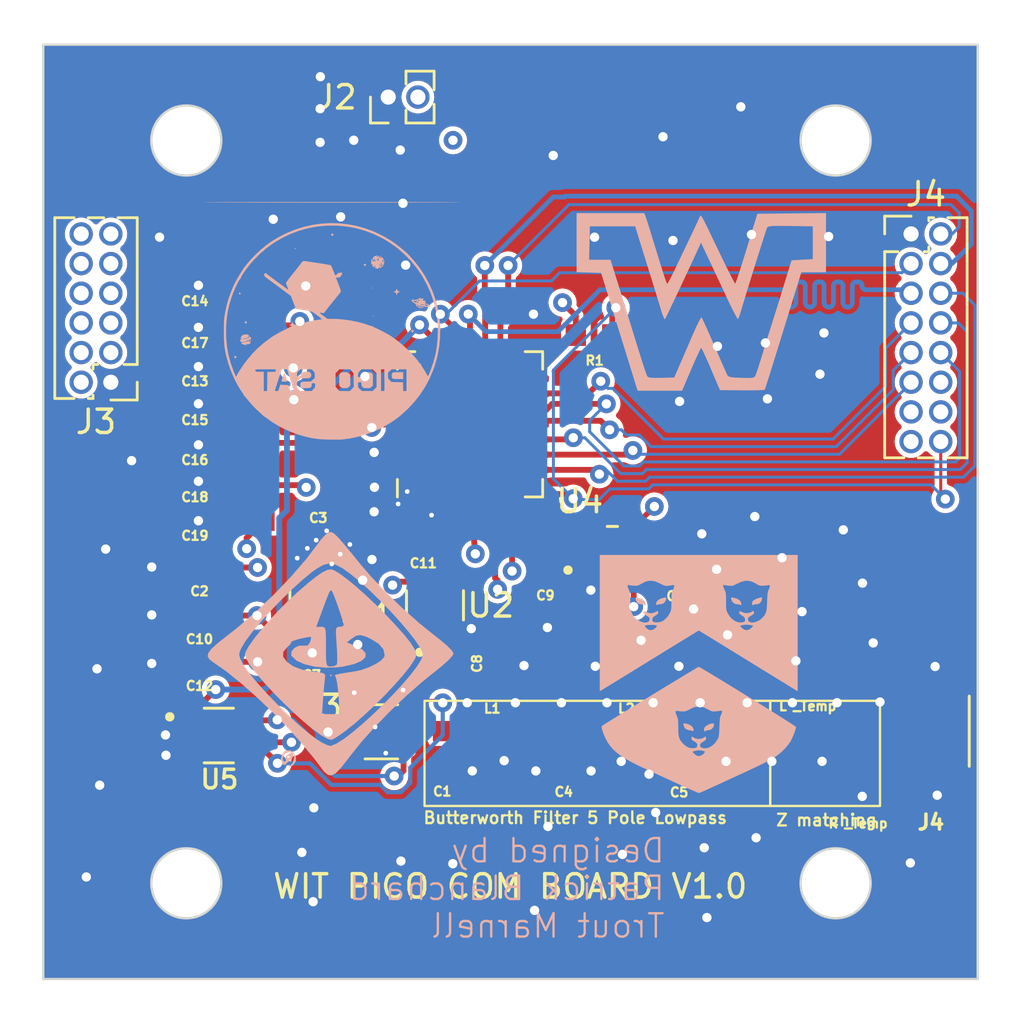
<source format=kicad_pcb>
(kicad_pcb (version 20221018) (generator pcbnew)
  (layers (0 "F.Cu" signal "RF & Signal") (1 "In1.Cu" power "Ground") (2 "In2.Cu" power "VCC") (31 "B.Cu" signal "Signal") (36 "B.SilkS" user "B.Silkscreen") (37 "F.SilkS" user "F.Silkscreen") (38 "B.Mask" user) (39 "F.Mask" user) (44 "Edge.Cuts" user))
  (net 0 "")
  (net 1 "/Filter_Input")
  (net 2 "GND")
  (net 3 "+3.3V")
  (net 4 "/PA_Input")
  (net 5 "Net-(C3-Pad2)")
  (net 6 "Net-(C4-Pad1)")
  (net 7 "Net-(C5-Pad1)")
  (net 8 "Net-(C7-Pad1)")
  (net 9 "/PA_OUTPUT")
  (net 10 "/LNA_INPUT")
  (net 11 "Net-(U2-IN)")
  (net 12 "Net-(Y1-VDD)")
  (net 13 "/TCXO_OUT")
  (net 14 "Net-(U2-OUT)")
  (net 15 "/LNA_OUTPUT")
  (net 16 "Net-(U4-VR_DIG)")
  (net 17 "Net-(U4-VR_ANA)")
  (net 18 "Net-(U4-VBAT_RF)")
  (net 19 "Net-(U4-VBAT_ANA)")
  (net 20 "/SCK")
  (net 21 "/MISO")
  (net 22 "/MOSI")
  (net 23 "/NSS")
  (net 24 "/Reset")
  (net 25 "/DIO_5")
  (net 26 "/DIO_4")
  (net 27 "/DIO_3")
  (net 28 "/DIO_2")
  (net 29 "/DIO_1")
  (net 30 "/DIO_0")
  (net 31 "/Filter_Output")
  (net 32 "/DECODER_OUT_1")
  (net 33 "/DECODER_OUT_2")
  (net 35 "/Antenna_Control")
  (net 37 "temp")
  (footprint "BGA420 LNA:INFINEON_BFP540" (layer "F.Cu") (at 149.11767 95.04 90)
    (fp_text reference "U2")
    (fp_text value "BGA420")
  )
  (footprint "0603 Footprint:RESC1608X55N" (layer "F.Cu") (at 145.31767 90.04 -90)
    (fp_text reference "C3")
    (fp_text value "100 pF")
  )
  (footprint "0603 Footprint:RESC1608X55N" (layer "F.Cu") (at 157.13767 100.455)
    (fp_text reference "L2")
    (fp_text value "14.632 nH")
  )
  (footprint "0603 Footprint:RESC1608X55N" (layer "F.Cu") (at 141.04607 88.0862 180)
    (fp_text reference "C16")
    (fp_text value "10 uF")
  )
  (footprint "TXCO:OSC_ECS-TXO-2520-33-400-AN-TR" (layer "F.Cu") (at 156.71267 92.6628)
    (fp_text reference "Y1")
    (fp_text value "ECS-TXO-2520-33-400-AN-TR")
  )
  (footprint "0603 Footprint:RESC1608X55N" (layer "F.Cu") (at 148.40647 92.19 180)
    (fp_text reference "C11")
    (fp_text value "100 pF")
  )
  (footprint "Connector_PinHeader_1.27mm:PinHeader_2x08_P1.27mm_Vertical" (layer "F.Cu") (at 169.5 79.14)
    (fp_text reference "J4")
    (fp_text value "Conn_01x16_Socket")
  )
  (footprint "Connector_PinHeader_1.27mm:PinHeader_2x06_P1.27mm_Vertical" (layer "F.Cu") (at 135.24 85.49 180)
    (fp_text reference "J3")
    (fp_text value "Conn_01x12_Socket")
  )
  (footprint "0603 Footprint:RESC1608X55N" (layer "F.Cu") (at 159.54267 101.225 -90)
    (fp_text reference "C5")
    (fp_text value "2.236 pF")
  )
  (footprint "0603 Footprint:RESC1608X55N" (layer "F.Cu") (at 141.01607 83.0562 180)
    (fp_text reference "C17")
    (fp_text value "100 nF")
  )
  (footprint "0603 Footprint:RESC1608X55N" (layer "F.Cu") (at 154.62307 101.205 -90)
    (fp_text reference "C4")
    (fp_text value "7.234 pF")
  )
  (footprint "0603 Footprint:RESC1608X55N" (layer "F.Cu") (at 139.03767 97.44 180)
    (fp_text reference "C12")
    (fp_text value "100 nF")
  )
  (footprint "0603 Footprint:RESC1608X55N" (layer "F.Cu") (at 149.49267 101.205 -90)
    (fp_text reference "C1")
    (fp_text value "2.236 pF")
  )
  (footprint "0603 Footprint:RESC1608X55N" (layer "F.Cu") (at 141.03767 91.39 180)
    (fp_text reference "C19")
    (fp_text value "100 nF")
  )
  (footprint "Connector_PinHeader_1.27mm:PinHeader_1x02_P1.27mm_Vertical" (layer "F.Cu") (at 147.11547 73.281 90)
    (fp_text reference "J2")
    (fp_text value "Conn_01x02_Pin")
  )
  (footprint "Package_TO_SOT_SMD:SOT-363_SC-70-6" (layer "F.Cu") (at 144.06767 95.04 90)
    (fp_text reference "U1")
    (fp_text value "BGA2801")
  )
  (footprint "0603 Footprint:RESC1608X55N" (layer "F.Cu") (at 145.79267 97.825)
    (fp_text reference "C7")
    (fp_text value "22 nF")
  )
  (footprint "0603 Footprint:RESC1608X55N" (layer "F.Cu") (at 165.04 100.45)
    (fp_text reference "L _Temp")
    (fp_text value "3.9 nH")
  )
  (footprint "0603 Footprint:RESC1608X55N" (layer "F.Cu") (at 155.92767 83.47)
    (fp_text reference "R1")
    (fp_text value "4.7k")
  )
  (footprint "0603 Footprint:RESC1608X55N" (layer "F.Cu") (at 167.37 101.26 90)
    (fp_text reference "R1" hide)
    (fp_text value "4.7k")
  )
  (footprint "0603 Footprint:RESC1608X55N" (layer "F.Cu") (at 152.03227 100.455)
    (fp_text reference "L1")
    (fp_text value "14.632 nH")
  )
  (footprint "TI Decoder1:SOT65P210X110-6N" (layer "F.Cu") (at 139.86267 100.615)
    (fp_text reference "U5")
    (fp_text value "74LVC1G19")
  )
  (footprint "0603 Footprint:RESC1608X55N" (layer "F.Cu") (at 141.01607 84.7562 180)
    (fp_text reference "C13")
    (fp_text value "100 nF")
  )
  (footprint "0603 Footprint:RESC1608X55N" (layer "F.Cu") (at 139.03767 95.44 180)
    (fp_text reference "C10")
    (fp_text value "10 nF")
  )
  (footprint "Package_TO_SOT_SMD:SOT-363_SC-70-6" (layer "F.Cu") (at 146.82267 100.455)
    (fp_text reference "U3")
    (fp_text value "AS179-92LF")
  )
  (footprint "0603 Footprint:RESC1608X55N" (layer "F.Cu") (at 161.86267 100.465)
    (fp_text reference "L3")
    (fp_text value "3.9 nH")
  )
  (footprint "0603 Footprint:RESC1608X55N" (layer "F.Cu") (at 159.44597 92.7164 90)
    (fp_text reference "C6")
    (fp_text value ".1 Uf")
  )
  (footprint "0603 Footprint:RESC1608X55N" (layer "F.Cu") (at 149.07867 97.5366 180)
    (fp_text reference "C8")
    (fp_text value "100 pF")
  )
  (footprint "0603 Footprint:RESC1608X55N" (layer "F.Cu") (at 153.84247 92.6882 -90)
    (fp_text reference "C9")
    (fp_text value "15 pF")
  )
  (footprint "Package_DFN_QFN:QFN-28-1EP_6x6mm_P0.65mm_EP4.8x4.8mm" (layer "F.Cu") (at 150.61767 87.29 90)
    (fp_text reference "U4")
    (fp_text value "SX1278")
  )
  (footprint "0603 Footprint:RESC1608X55N" (layer "F.Cu") (at 141.01607 89.7362 180)
    (fp_text reference "C18")
    (fp_text value "10 uF")
  )
  (footprint "Coax Connector - UFL:TE_1909763-1" (layer "F.Cu") (at 170.49 100.43 -90)
    (fp_text reference "J4")
    (fp_text value "Conn_Coaxial")
  )
  (footprint "0603 Footprint:RESC1608X55N" (layer "F.Cu") (at 141.02607 86.4162 180)
    (fp_text reference "C15")
    (fp_text value "100 nF")
  )
  (footprint "0603 Footprint:RESC1608X55N" (layer "F.Cu") (at 139.03767 93.39)
    (fp_text reference "C2")
    (fp_text value "50 pF")
  )
  (footprint "0603 Footprint:RESC1608X55N" (layer "F.Cu") (at 141.01607 81.3362 180)
    (fp_text reference "C14")
    (fp_text value "10 uF")
  )
  (footprint "LOGO" (layer "B.Cu") (at 159.980723 81.430697 180)
    (fp_text reference "G***" hide)
    (fp_text value "LOGO" hide)
  )
  (footprint "LOGO" (layer "B.Cu") (at 144.62 97.15 180)
    (fp_text reference "" hide)
    (fp_text value "LOGO" hide)
  )
  (footprint "LOGO" (layer "B.Cu") (at 144.72 83.25 180)
    (fp_text reference "G***" hide)
    (fp_text value "LOGO" hide)
  )
  (footprint "LOGO" (layer "B.Cu") (at 160.42 98.05 180)
    (fp_text reference "G***" hide)
    (fp_text value "LOGO" hide)
  )
  (gr_rect (start 163.47 99.13) (end 168.17 103.63) (stroke (width 0.1)) (fill none) (layer "F.SilkS"))
  (gr_rect (start 148.67 99.13) (end 163.47 103.63) (stroke (width 0.1)) (fill none) (layer "F.SilkS"))
  (gr_circle (center 166.26967 75.1398) (end 167.76967 75.1398) (stroke (width 0.1)) (fill none) (layer "Edge.Cuts"))
  (gr_line (start 172.34967 71.0398) (end 132.34967 71.0398) (stroke (width 0.1)) (layer "Edge.Cuts"))
  (gr_line (start 132.34967 111.0398) (end 132.34967 71.0398) (stroke (width 0.1)) (layer "Edge.Cuts"))
  (gr_circle (center 138.46967 106.9398) (end 139.96967 106.9398) (stroke (width 0.1)) (fill none) (layer "Edge.Cuts"))
  (gr_circle (center 166.26967 106.9398) (end 167.76967 106.9398) (stroke (width 0.1)) (fill none) (layer "Edge.Cuts"))
  (gr_circle (center 138.46967 75.1398) (end 139.96967 75.1398) (stroke (width 0.1)) (fill none) (layer "Edge.Cuts"))
  (gr_line (start 172.34967 111.0398) (end 172.34967 71.0398) (stroke (width 0.1)) (layer "Edge.Cuts"))
  (gr_line (start 132.34967 111.0398) (end 172.34967 111.0398) (stroke (width 0.1)) (layer "Edge.Cuts"))
  (gr_text "Designed by \nPatrick Blanchard \nTrout Marnell\n" (at 159.02 109.35) (layer "B.SilkS") (effects (font (size 1 1) (thickness 0.1)) (justify left bottom mirror)))
  (gr_text "Z matching\n" (at 163.67 104.53) (layer "F.SilkS") (effects (font (size 0.5 0.5) (thickness 0.1)) (justify left bottom)))
  (gr_text "WIT PICO COM BOARD V1.0\n" (at 142.1 107.66) (layer "F.SilkS") (effects (font (size 1 1)) (justify left bottom)))
  (gr_text "Butterworth Filter 5 Pole Lowpass\n" (at 148.57 104.43) (layer "F.SilkS") (effects (font (size 0.5 0.5) (thickness 0.1)) (justify left bottom)))
  (gr_text "R _Temp" (at 167.23 104.38) (layer "F.SilkS") (effects (font (size 0.393701 0.393701) (thickness 0.098425))))
  (segment (start 149.46267 100.455) (end 149.49267 100.425) (width 0.25) (layer "F.Cu") (net 1))
  (segment (start 147.82007 100.455) (end 149.46267 100.455) (width 0.29337) (layer "F.Cu") (net 1))
  (segment (start 149.49267 100.425) (end 151.22227 100.425) (width 0.29337) (layer "F.Cu") (net 1))
  (segment (start 144.06767 94.09) (end 144.71767 94.09) (width 0.25) (layer "F.Cu") (net 2))
  (segment (start 147.63017 85.34) (end 146.21807 85.34) (width 0.25) (layer "F.Cu") (net 2))
  (segment (start 146.86807 85.99) (end 146.12047 85.2424) (width 0.25) (layer "F.Cu") (net 2))
  (segment (start 148.66767 85.34) (end 148.66767 84.3025) (width 0.25) (layer "F.Cu") (net 2))
  (segment (start 150.61767 87.29) (end 148.66767 85.34) (width 0.25) (layer "F.Cu") (net 2))
  (segment (start 148.66767 84.3025) (end 147.06037 84.3025) (width 0.25) (layer "F.Cu") (net 2))
  (segment (start 149.96767 87.94) (end 147.63017 87.94) (width 0.25) (layer "F.Cu") (net 2))
  (segment (start 150.61767 87.29) (end 149.96767 87.94) (width 0.25) (layer "F.Cu") (net 2))
  (segment (start 146.21807 85.34) (end 146.12047 85.2424) (width 0.25) (layer "F.Cu") (net 2))
  (segment (start 152.56767 85.34) (end 152.56767 84.3025) (width 0.25) (layer "F.Cu") (net 2))
  (segment (start 145.87267 100.455) (end 144.55047 100.455) (width 0.25) (layer "F.Cu") (net 2))
  (segment (start 144.06767 94.869) (end 144.06767 94.09) (width 0.25) (layer "F.Cu") (net 2))
  (segment (start 150.51927 101.985) (end 150.71587 102.1816) (width 0.25) (layer "F.Cu") (net 2))
  (segment (start 144.06767 95.99) (end 144.06767 94.869) (width 0.25) (layer "F.Cu") (net 2))
  (segment (start 147.067085 87.94) (end 146.51327 88.493815) (width 0.25) (layer "F.Cu") (net 2))
  (segment (start 148.66767 85.34) (end 147.63017 85.34) (width 0.25) (layer "F.Cu") (net 2))
  (segment (start 154.48647 102.1216) (end 154.62307 101.985) (width 0.29337) (layer "F.Cu") (net 2))
  (segment (start 152.56767 83.3418) (end 153.33407 82.5754) (width 0.25) (layer "F.Cu") (net 2))
  (segment (start 147.63017 87.94) (end 147.067085 87.94) (width 0.25) (layer "F.Cu") (net 2))
  (segment (start 147.06037 84.3025) (end 146.12047 85.2424) (width 0.25) (layer "F.Cu") (net 2))
  (segment (start 146.42 93.08) (end 145.72767 93.08) (width 0.25) (layer "F.Cu") (net 2))
  (segment (start 152.56767 84.3025) (end 152.56767 83.3418) (width 0.25) (layer "F.Cu") (net 2))
  (segment (start 145.72767 93.08) (end 144.71767 94.09) (width 0.25) (layer "F.Cu") (net 2))
  (segment (start 147.63017 85.99) (end 146.86807 85.99) (width 0.25) (layer "F.Cu") (net 2))
  (segment (start 150.61767 87.29) (end 149.31767 85.99) (width 0.25) (layer "F.Cu") (net 2))
  (segment (start 150.61767 87.29) (end 152.56767 85.34) (width 0.25) (layer "F.Cu") (net 2))
  (segment (start 149.31767 85.99) (end 147.63017 85.99) (width 0.25) (layer "F.Cu") (net 2))
  (segment (start 144.55047 100.455) (end 144.54007 100.4654) (width 0.25) (layer "F.Cu") (net 2))
  (segment (start 138.90267 101.265) (end 138.90267 100.615) (width 0.25) (layer "F.Cu") (net 2))
  (via (at 143.22 93.02) (size 0.4) (drill 0.2) (layers "F.Cu" "B.Cu") (net 2))
  (via (at 143.418313 105.618002) (size 0.8) (drill 0.4) (layers "F.Cu" "B.Cu") (net 2))
  (via (at 158.879865 74.979641) (size 0.8) (drill 0.4) (layers "F.Cu" "B.Cu") (net 2))
  (via (at 152.08 101.69) (size 0.8) (drill 0.4) (layers "F.Cu" "B.Cu") (net 2))
  (via (at 157.142931 105.703425) (size 0.8) (drill 0.4) (layers "F.Cu" "B.Cu") (net 2))
  (via (at 154.53 99.210113) (size 0.8) (drill 0.4) (layers "F.Cu" "B.Cu") (net 2))
  (via (at 147.860305 80.475184) (size 0.8) (drill 0.4) (layers "F.Cu" "B.Cu") (net 2))
  (via (at 158.28 102.27) (size 0.8) (drill 0.4) (layers "F.Cu" "B.Cu") (net 2))
  (via (at 134.762122 102.742096) (size 0.8) (drill 0.4) (layers "F.Cu" "B.Cu") (net 2))
  (via (at 166.6 91.81) (size 0.8) (drill 0.4) (layers "F.Cu" "B.Cu") (net 2))
  (via (at 150.67 96.04) (size 0.8) (drill 0.4) (layers "F.Cu" "B.Cu") (net 2))
  (via (at 143.65 92.6) (size 0.4) (drill 0.2) (layers "F.Cu" "B.Cu") (net 2))
  (via (at 156.48 99.210113) (size 0.8) (drill 0.4) (layers "F.Cu" "B.Cu") (net 2))
  (via (at 158.46 99.210113) (size 0.8) (drill 0.4) (layers "F.Cu" "B.Cu") (net 2))
  (via (at 159.59 86.31) (size 0.8) (drill 0.4) (layers "F.Cu" "B.Cu") (net 2))
  (via (at 158.566647 103.909543) (size 0.8) (drill 0.4) (layers "F.Cu" "B.Cu") (net 2))
  (via (at 146.12047 85.2424) (size 0.8) (drill 0.4) (layers "F.Cu" "B.Cu") (net 2))
  (via (at 136.99 93.4) (size 0.8) (drill 0.4) (layers "F.Cu" "B.Cu") (net 2))
  (via (at 153.33407 82.5754) (size 0.8) (drill 0.4) (layers "F.Cu" "B.Cu") (net 2))
  (via (at 165.77 83.38) (size 0.8) (drill 0.4) (layers "F.Cu" "B.Cu") (net 2))
  (via (at 160.47 99.210113) (size 0.8) (drill 0.4) (layers "F.Cu" "B.Cu") (net 2))
  (via (at 165.97 79.25) (size 0.8) (drill 0.4) (layers "F.Cu" "B.Cu") (net 2))
  (via (at 162.81 91.24) (size 0.8) (drill 0.4) (layers "F.Cu" "B.Cu") (net 2))
  (via (at 136.99 97.53) (size 0.8) (drill 0.4) (layers "F.Cu" "B.Cu") (net 2))
  (via (at 161.58 101.72) (size 0.8) (drill 0.4) (layers "F.Cu" "B.Cu") (net 2))
  (via (at 155.98 97.65) (size 0.8) (drill 0.4) (layers "F.Cu" "B.Cu") (net 2))
  (via (at 137.32481 79.279262) (size 0.8) (drill 0.4) (layers "F.Cu" "B.Cu") (net 2))
  (via (at 155.95 79.28) (size 0.8) (drill 0.4) (layers "F.Cu" "B.Cu") (net 2))
  (via (at 138.99 83.14) (size 0.8) (drill 0.4) (layers "F.Cu" "B.Cu") (net 2))
  (via (at 137.6 101.46) (size 0.8) (drill 0.4) (layers "F.Cu" "B.Cu") (net 2))
  (via (at 138.99 84.82) (size 0.8) (drill 0.4) (layers "F.Cu" "B.Cu") (net 2))
  (via (at 143.93085 103.710223) (size 0.8) (drill 0.4) (layers "F.Cu" "B.Cu") (net 2))
  (via (at 147.75 98.67) (size 0.4) (drill 0.2) (layers "F.Cu" "B.Cu") (net 2))
  (via (at 149.881982 106.102065) (size 0.8) (drill 0.4) (layers "F.Cu" "B.Cu") (net 2))
  (via (at 147.63 75.55) (size 0.8) (drill 0.4) (layers "F.Cu" "B.Cu") (net 2))
  (via (at 146.42 93.08) (size 0.8) (drill 0.4) (layers "F.Cu" "B.Cu") (net 2))
  (via (at 145.08 78.41) (size 0.8) (drill 0.4) (layers "F.Cu" "B.Cu") (net 2))
  (via (at 134.648224 97.759091) (size 0.8) (drill 0.4) (layers "F.Cu" "B.Cu") (net 2))
  (via (at 147.01 101.37) (size 0.4) (drill 0.2) (layers "F.Cu" "B.Cu") (net 2))
  (via (at 136.99 95.45) (size 0.8) (drill 0.4) (layers "F.Cu" "B.Cu") (net 2))
  (via (at 138.99 91.42) (size 0.8) (drill 0.4) (layers "F.Cu" "B.Cu") (net 2))
  (via (at 160.645272 105.418682) (size 0.8) (drill 0.4) (layers "F.Cu" "B.Cu") (net 2))
  (via (at 155.8 102.13) (size 0.8) (drill 0.4) (layers "F.Cu" "B.Cu") (net 2))
  (via (at 164.57 97.42) (size 0.8) (drill 0.4) (layers "F.Cu" "B.Cu") (net 2))
  (via (at 138.99 81.34) (size 0.8) (drill 0.4) (layers "F.Cu" "B.Cu") (net 2))
  (via (at 159.306979 79.421634) (size 0.8) (drill 0.4) (layers "F.Cu" "B.Cu") (net 2))
  (via (at 163.976767 93.003881) (size 0.8) (drill 0.4) (layers "F.Cu" "B.Cu") (net 2))
  (via (at 162.666948 79.165365) (size 0.8) (drill 0.4) (layers "F.Cu" "B.Cu") (net 2))
  (via (at 147.93 90.17) (size 0.4) (drill 0.2) (layers "F.Cu" "B.Cu") (net 2))
  (via (at 144.21 72.41) (size 0.8) (drill 0.4) (layers "F.Cu" "B.Cu") (net 2))
  (via (at 167.88 96.65) (size 0.8) (drill 0.4) (layers "F.Cu" "B.Cu") (net 2))
  (via (at 146.52687 89.986185) (size 0.8) (drill 0.4) (layers "F.Cu" "B.Cu") (net 2))
  (via (at 167.41 103.22) (size 0.8) (drill 0.4) (layers "F.Cu" "B.Cu") (net 2))
  (via (at 155.79 94.39) (size 0.8) (drill 0.4) (layers "F.Cu" "B.Cu") (net 2))
  (via (at 150.495058 99.210113) (size 0.8) (drill 0.4) (layers "F.Cu" "B.Cu") (net 2))
  (via (at 162.48 99.210113) (size 0.8) (drill 0.4) (layers "F.Cu" "B.Cu") (net 2))
  (via (at 148.97 91.18) (size 0.4) (drill 0.2) (layers "F.Cu" "B.Cu") (net 2))
  (via (at 136.128889 88.846632) (size 0.8) (drill 0.4) (layers "F.Cu" "B.Cu") (net 2))
  (via (at 164.42 99.21) (size 0.8) (drill 0.4) (layers "F.Cu" "B.Cu") (net 2))
  (via (at 160.19 95.2) (size 0.8) (drill 0.4) (layers "F.Cu" "B.Cu") (net 2))
  (via (at 163.35 86.2) (size 0.8) (drill 0.4) (layers "F.Cu" "B.Cu") (net 2))
  (via (at 159.56 97.65) (size 0.8) (drill 0.4) (layers "F.Cu" "B.Cu") (net 2))
  (via (at 162.211359 73.698297) (size 0.8) (drill 0.4) (layers "F.Cu" "B.Cu") (net 2))
  (via (at 146.51327 88.493815) (size 0.8) (drill 0.4) (layers "F.Cu" "B.Cu") (net 2))
  (via (at 153.93 95.99) (size 0.8) (drill 0.4) (layers "F.Cu" "B.Cu") (net 2))
  (via (at 167.42 94.09) (size 0.8) (drill 0.4) (layers "F.Cu" "B.Cu") (net 2))
  (via (at 144.54007 100.4654) (size 0.8) (drill 0.4) (layers "F.Cu" "B.Cu") (net 2))
  (via (at 164.830996 95.310301) (size 0.8) (drill 0.4) (layers "F.Cu" "B.Cu") (net 2))
  (via (at 146.51267 91.035) (size 0.8) (drill 0.4) (layers "F.Cu" "B.Cu") (net 2))
  (via (at 138.99 86.41) (size 0.8) (drill 0.4) (layers "F.Cu" "B.Cu") (net 2))
  (via (at 168.17 99.18) (size 0.8) (drill 0.4) (layers "F.Cu" "B.Cu") (net 2))
  (via (at 147.66 105.99) (size 0.8) (drill 0.4) (layers "F.Cu" "B.Cu") (net 2))
  (via (at 160.759169 108.408484) (size 0.8) (drill 0.4) (layers "F.Cu" "B.Cu") (net 2))
  (via (at 144.2 73.78) (size 0.8) (drill 0.4) (layers "F.Cu" "B.Cu") (net 2))
  (via (at 145.66 98.78) (size 0.4) (drill 0.2) (layers "F.Cu" "B.Cu") (net 2))
  (via (at 145.475369 92.435369) (size 0.4) (drill 0.2) (layers "F.Cu" "B.Cu") (net 2))
  (via (at 165.69 101.72) (size 0.8) (drill 0.4) (layers "F.Cu" "B.Cu") (net 2))
  (via (at 143.9 107.73) (size 0.8) (drill 0.4) (layers "F.Cu" "B.Cu") (net 2))
  (via (at 146.02267 93.965) (size 0.8) (drill 0.4) (layers "F.Cu" "B.Cu") (net 2))
  (via (at 147.54 90.7) (size 0.4) (drill 0.2) (layers "F.Cu" "B.Cu") (net 2))
  (via (at 170.62 103.17) (size 0.8) (drill 0.4) (layers "F.Cu" "B.Cu") (net 2))
  (via (at 138.99 88.17) (size 0.8) (drill 0.4) (layers "F.Cu" "B.Cu") (net 2))
  (via (at 160.54 91.98) (size 0.8) (drill 0.4) (layers "F.Cu" "B.Cu") (net 2))
  (via (at 134.19 106.67) (size 0.8) (drill 0.4) (layers "F.Cu" "B.Cu") (net 2))
  (via (at 161.21 83.95) (size 0.8) (drill 0.4) (layers "F.Cu" "B.Cu") (net 2))
  (via (at 157.940212 96.534696) (size 0.8) (drill 0.4) (layers "F.Cu" "B.Cu") (net 2))
  (via (at 153.953808 104.507504) (size 0.8) (drill 0.4) (layers "F.Cu" "B.Cu") (net 2))
  (via (at 153.38 108.1) (size 0.8) (drill 0.4) (layers "F.Cu" "B.Cu") (net 2))
  (via (at 157.09 101.72) (size 0.8) (drill 0.4) (layers "F.Cu" "B.Cu") (net 2))
  (via (at 166.33 99.210113) (size 0.8) (drill 0.4) (layers "F.Cu" "B.Cu") (net 2))
  (via (at 146.5548 100.246808) (size 0.4) (drill 0.2) (layers "F.Cu" "B.Cu") (net 2))
  (via (at 147.746408 77.827073) (size 0.8) (drill 0.4) (layers "F.Cu" "B.Cu") (net 2))
  (via (at 135.01839 92.633715) (size 0.8) (drill 0.4) (layers "F.Cu" "B.Cu") (net 2))
  (via (at 165.599802 85.144971) (size 0.8) (drill 0.4) (layers "F.Cu" "B.Cu") (net 2))
  (via (at 161.641873 96.306901) (size 0.8) (drill 0.4) (layers "F.Cu" "B.Cu") (net 2))
  (via (at 163.54 101.72) (size 0.8) (drill 0.4) (layers "F.Cu" "B.Cu") (net 2))
  (via (at 145.81 96.72) (size 0.8) (drill 0.4) (layers "F.Cu" "B.Cu") (net 2))
  (via (at 145.060369 92.850369) (size 0.4) (drill 0.2) (layers "F.Cu" "B.Cu") (net 2))
  (via (at 163.264909 83.806678) (size 0.8) (drill 0.4) (layers "F.Cu" "B.Cu") (net 2))
  (via (at 138.99 89.73) (size 0.8) (drill 0.4) (layers "F.Cu" "B.Cu") (net 2))
  (via (at 170.53 97.66) (size 0.8) (drill 0.4) (layers "F.Cu" "B.Cu") (net 2))
  (via (at 145.64 75.13) (size 0.8) (drill 0.4) (layers "F.Cu" "B.Cu") (net 2))
  (via (at 144.48 91.85) (size 0.4) (drill 0.2) (layers "F.Cu" "B.Cu") (net 2))
  (via (at 162.866268 104.991567) (size 0.8) (drill 0.4) (layers "F.Cu" "B.Cu") (net 2))
  (via (at 137.58 100.59) (size 0.8) (drill 0.4) (layers "F.Cu" "B.Cu") (net 2))
  (via (at 144.2 75.22) (size 0.8) (drill 0.4) (layers "F.Cu" "B.Cu") (net 2))
  (via (at 142.193917 78.510456) (size 0.8) (drill 0.4) (layers "F.Cu" "B.Cu") (net 2))
  (via (at 152.56 99.210113) (size 0.8) (drill 0.4) (layers "F.Cu" "B.Cu") (net 2))
  (via (at 152.93 97.62) (size 0.8) (drill 0.4) (layers "F.Cu" "B.Cu") (net 2))
  (via (at 153.43587 102.13) (size 0.8) (drill 0.4) (layers "F.Cu" "B.Cu") (net 2))
  (via (at 150.71587 102.13) (size 0.8) (drill 0.4) (layers "F.Cu" "B.Cu") (net 2))
  (via (at 144.03 92.25) (size 0.4) (drill 0.2) (layers "F.Cu" "B.Cu") (net 2))
  (via (at 143.86 97.08) (size 0.8) (drill 0.4) (layers "F.Cu" "B.Cu") (net 2))
  (via (at 144.697494 93.267889) (size 0.4) (drill 0.2) (layers "F.Cu" "B.Cu") (net 2))
  (via (at 154.18 75.78) (size 0.8) (drill 0.4) (layers "F.Cu" "B.Cu") (net 2))
  (via (at 169.47 106.07) (size 0.8) (drill 0.4) (layers "F.Cu" "B.Cu") (net 2))
  (segment (start 141.86107 81.3672) (end 143.58427 81.3672) (width 0.25) (layer "F.Cu") (net 3))
  (segment (start 143.33 82.8855) (end 143.1593 83.0562) (width 0.25) (layer "F.Cu") (net 3))
  (segment (start 143.41767 95.99) (end 142.00947 95.99) (width 0.25) (layer "F.Cu") (net 3))
  (segment (start 155.14767 82.65) (end 155.14767 83.47) (width 0.25) (layer "F.Cu") (net 3))
  (segment (start 142.297965 100.9036) (end 142.97327 100.9036) (width 0.25) (layer "F.Cu") (net 3))
  (segment (start 153.60517 85.0125) (end 155.14767 83.47) (width 0.25) (layer "F.Cu") (net 3))
  (segment (start 147.44767 94.03) (end 148.46767 94.03) (width 0.25) (layer "F.Cu") (net 3))
  (segment (start 147.30267 94.175) (end 147.44767 94.03) (width 0.25) (layer "F.Cu") (net 3))
  (segment (start 143.1593 83.0562) (end 141.79607 83.0562) (width 0.25) (layer "F.Cu") (net 3))
  (segment (start 141.05607 92.6162) (end 141.05607 92.1516) (width 0.25) (layer "F.Cu") (net 3))
  (segment (start 139.79987 97.4598) (end 141.52307 97.4598) (width 0.25) (layer "F.Cu") (net 3))
  (segment (start 159.44957 93.5002) (end 161.17277 93.5002) (width 0.25) (layer "F.Cu") (net 3))
  (segment (start 153.60517 85.34) (end 153.60517 85.0125) (width 0.25) (layer "F.Cu") (net 3))
  (segment (start 139.79987 93.4212) (end 141.52307 93.4212) (width 0.25) (layer "F.Cu") (net 3))
  (segment (start 146.53867 87.3004) (end 147.61977 87.3004) (width 0.25) (layer "F.Cu") (net 3))
  (segment (start 142.00947 95.99) (end 141.49787 95.4784) (width 0.25) (layer "F.Cu") (net 3))
  (segment (start 146.41167 87.4274) (end 146.53867 87.3004) (width 0.25) (layer "F.Cu") (net 3))
  (segment (start 157.63767 91.68233) (end 157.63767 91.9378) (width 0.2286) (layer "F.Cu") (net 3))
  (segment (start 141.05607 92.1516) (end 141.81767 91.39) (width 0.25) (layer "F.Cu") (net 3))
  (segment (start 140.82267 100.615) (end 142.009365 100.615) (width 0.25) (layer "F.Cu") (net 3))
  (segment (start 139.77447 95.4786) (end 141.49767 95.4786) (width 0.25) (layer "F.Cu") (net 3))
  (segment (start 142.009365 100.615) (end 142.297965 100.9036) (width 0.25) (layer "F.Cu") (net 3))
  (segment (start 158.51 90.81) (end 157.63767 91.68233) (width 0.2286) (layer "F.Cu") (net 3))
  (segment (start 157.62667 93.3744) (end 157.62667 95.0976) (width 0.25) (layer "F.Cu") (net 3))
  (segment (start 147.61977 87.3004) (end 147.63017 87.29) (width 0.25) (layer "F.Cu") (net 3))
  (segment (start 154.57767 82.08) (end 155.14767 82.65) (width 0.25) (layer "F.Cu") (net 3))
  (via (at 141.52327 93.421) (size 0.8) (drill 0.4) (layers "F.Cu" "B.Cu") (net 3))
  (via (at 141.49787 95.4784) (size 0.8) (drill 0.4) (layers "F.Cu" "B.Cu") (net 3))
  (via (at 147.30267 94.175) (size 0.8) (drill 0.4) (layers "F.Cu" "B.Cu") (net 3))
  (via (at 143.58447 81.367) (size 0.8) (drill 0.4) (layers "F.Cu" "B.Cu") (net 3))
  (via (at 158.51 90.81) (size 0.8) (drill 0.4) (layers "F.Cu" "B.Cu") (net 3))
  (via (at 141.05607 92.6162) (size 0.8) (drill 0.4) (layers "F.Cu" "B.Cu") (net 3))
  (via (at 161.17297 93.5) (size 0.8) (drill 0.4) (layers "F.Cu" "B.Cu") (net 3))
  (via (at 157.62687 95.0978) (size 0.8) (drill 0.4) (layers "F.Cu" "B.Cu") (net 3))
  (via (at 143.33 82.8855) (size 0.8) (drill 0.4) (layers "F.Cu" "B.Cu") (net 3))
  (via (at 142.97327 100.9036) (size 0.8) (drill 0.4) (layers "F.Cu" "B.Cu") (net 3))
  (via (at 146.41167 87.4274) (size 0.8) (drill 0.4) (layers "F.Cu" "B.Cu") (net 3))
  (via (at 154.57767 82.08) (size 0.8) (drill 0.4) (layers "F.Cu" "B.Cu") (net 3))
  (via (at 141.52327 97.4596) (size 0.8) (drill 0.4) (layers "F.Cu" "B.Cu") (net 3))
  (via (at 149.89 75.13) (size 0.8) (drill 0.4) (layers "F.Cu" "B.Cu") (net 3))
  (segment (start 145.33767 89.24) (end 145.31767 89.26) (width 0.25) (layer "F.Cu") (net 4))
  (segment (start 147.63017 89.24) (end 145.33767 89.24) (width 0.29337) (layer "F.Cu") (net 4))
  (segment (start 145.31767 91.820645) (end 145.31767 90.82) (width 0.29337) (layer "F.Cu") (net 5))
  (segment (start 143.41767 93.720645) (end 145.31767 91.820645) (width 0.29337) (layer "F.Cu") (net 5))
  (segment (start 143.41767 94.09) (end 143.41767 93.720645) (width 0.29337) (layer "F.Cu") (net 5))
  (segment (start 152.81227 100.455) (end 154.59307 100.455) (width 0.29337) (layer "F.Cu") (net 6))
  (segment (start 154.62307 100.425) (end 156.32767 100.425) (width 0.29337) (layer "F.Cu") (net 6))
  (segment (start 159.53267 100.455) (end 159.54267 100.445) (width 0.25) (layer "F.Cu") (net 7))
  (segment (start 157.91767 100.455) (end 159.53267 100.455) (width 0.29337) (layer "F.Cu") (net 7))
  (segment (start 157.91657 100.4539) (end 157.91767 100.455) (width 0.29337) (layer "F.Cu") (net 7))
  (segment (start 159.54267 100.445) (end 161.06267 100.445) (width 0.29337) (layer "F.Cu") (net 7))
  (segment (start 161.06267 100.445) (end 161.08267 100.465) (width 0.25) (layer "F.Cu") (net 7))
  (segment (start 145.01267 96.285) (end 144.71767 95.99) (width 0.29337) (layer "F.Cu") (net 8))
  (segment (start 145.01267 97.825) (end 145.01267 96.285) (width 0.29337) (layer "F.Cu") (net 8))
  (segment (start 145.87267 99.805) (end 146.57 99.10767) (width 0.29337) (layer "F.Cu") (net 9))
  (segment (start 146.57 99.10767) (end 146.57 97.82767) (width 0.29337) (layer "F.Cu") (net 9))
  (segment (start 146.57 97.82767) (end 146.57267 97.825) (width 0.29337) (layer "F.Cu") (net 9))
  (segment (start 146.57267 97.825) (end 146.75567 97.825) (width 0.29337) (layer "F.Cu") (net 9))
  (segment (start 149.046985 98.348285) (end 148.861715 98.348285) (width 0.29337) (layer "F.Cu") (net 10))
  (segment (start 148.861715 98.348285) (end 147.951685 99.258315) (width 0.29337) (layer "F.Cu") (net 10))
  (segment (start 147.951685 99.258315) (end 147.100985 99.258315) (width 0.29337) (layer "F.Cu") (net 10))
  (segment (start 147.100985 99.258315) (end 147.100985 100.495055) (width 0.29337) (layer "F.Cu") (net 10))
  (segment (start 146.49104 101.105) (end 145.87267 101.105) (width 0.29337) (layer "F.Cu") (net 10))
  (segment (start 147.100985 100.495055) (end 146.49104 101.105) (width 0.29337) (layer "F.Cu") (net 10))
  (segment (start 149.85867 97.5366) (end 149.046985 98.348285) (width 0.29337) (layer "F.Cu") (net 10))
  (segment (start 148.46767 97.3676) (end 148.29867 97.5366) (width 0.25) (layer "F.Cu") (net 11))
  (segment (start 148.46767 96.05) (end 148.46767 97.3676) (width 0.29337) (layer "F.Cu") (net 11))
  (segment (start 153.84247 91.9082) (end 155.75807 91.9082) (width 0.25) (layer "F.Cu") (net 12))
  (segment (start 155.75807 91.9082) (end 155.78767 91.9378) (width 0.25) (layer "F.Cu") (net 12))
  (segment (start 153.05247 91.4124) (end 152.63007 90.99) (width 0.25) (layer "F.Cu") (net 13))
  (segment (start 151.26767 90.580685) (end 151.26767 90.2775) (width 0.25) (layer "F.Cu") (net 13))
  (segment (start 151.676985 90.99) (end 151.26767 90.580685) (width 0.25) (layer "F.Cu") (net 13))
  (segment (start 153.05247 92.6782) (end 153.05247 91.4124) (width 0.25) (layer "F.Cu") (net 13))
  (segment (start 152.63007 90.99) (end 151.676985 90.99) (width 0.25) (layer "F.Cu") (net 13))
  (segment (start 153.84247 93.4682) (end 153.05247 92.6782) (width 0.25) (layer "F.Cu") (net 13))
  (segment (start 149.76767 94.03) (end 149.29547 93.5578) (width 0.25) (layer "F.Cu") (net 14))
  (segment (start 149.29547 93.5578) (end 149.29547 92.299) (width 0.25) (layer "F.Cu") (net 14))
  (segment (start 149.29547 92.299) (end 149.18647 92.19) (width 0.25) (layer "F.Cu") (net 14))
  (segment (start 149.75307 94.0154) (end 149.76767 94.03) (width 0.25) (layer "F.Cu") (net 14))
  (segment (start 148.66767 90.2775) (end 148.66767 90.493) (width 0.25) (layer "F.Cu") (net 15))
  (segment (start 148.66767 90.493) (end 147.62647 91.5342) (width 0.25) (layer "F.Cu") (net 15))
  (segment (start 147.62647 91.5342) (end 147.62647 92.19) (width 0.25) (layer "F.Cu") (net 15))
  (segment (start 150.61767 90.607894) (end 152.41967 92.409894) (width 0.25) (layer "F.Cu") (net 16))
  (segment (start 150.61767 90.2775) (end 150.61767 90.607894) (width 0.25) (layer "F.Cu") (net 16))
  (segment (start 152.41967 93.5736) (end 152.44507 93.472) (width 0.25) (layer "F.Cu") (net 16))
  (segment (start 141.79607 84.7562) (end 142.92887 84.7562) (width 0.25) (layer "F.Cu") (net 16))
  (segment (start 142.92887 84.7562) (end 143.05087 84.8782) (width 0.25) (layer "F.Cu") (net 16))
  (segment (start 152.41967 92.409894) (end 152.41967 93.5736) (width 0.25) (layer "F.Cu") (net 16))
  (via (at 143.05087 84.8782) (size 0.8) (drill 0.4) (layers "F.Cu" "B.Cu") (net 16))
  (via (at 152.41967 93.5736) (size 0.8) (drill 0.4) (layers "F.Cu" "B.Cu") (net 16))
  (segment (start 143.076418 86.236548) (end 141.985722 86.236548) (width 0.25) (layer "F.Cu") (net 17))
  (segment (start 149.31767 90.580685) (end 150.76867 92.031685) (width 0.25) (layer "F.Cu") (net 17))
  (segment (start 150.76867 92.031685) (end 150.84487 92.837) (width 0.25) (layer "F.Cu") (net 17))
  (segment (start 149.31767 90.2775) (end 149.31767 90.580685) (width 0.25) (layer "F.Cu") (net 17))
  (segment (start 141.985722 86.236548) (end 141.80607 86.4162) (width 0.25) (layer "F.Cu") (net 17))
  (segment (start 150.84487 92.837) (end 150.76867 92.7608) (width 0.25) (layer "F.Cu") (net 17))
  (via (at 143.076418 86.236548) (size 0.8) (drill 0.4) (layers "F.Cu" "B.Cu") (net 17))
  (via (at 150.84487 92.837) (size 0.8) (drill 0.4) (layers "F.Cu" "B.Cu") (net 17))
  (segment (start 144.66607 88.0862) (end 141.82607 88.0862) (width 0.25) (layer "F.Cu") (net 18))
  (segment (start 146.11227 86.64) (end 144.66607 88.0862) (width 0.25) (layer "F.Cu") (net 18))
  (segment (start 147.63017 86.64) (end 146.11227 86.64) (width 0.25) (layer "F.Cu") (net 18))
  (segment (start 149.96767 90.594289) (end 149.96767 90.2775) (width 0.25) (layer "F.Cu") (net 19))
  (segment (start 151.69467 93.273295) (end 151.799276 93.168689) (width 0.25) (layer "F.Cu") (net 19))
  (segment (start 151.799276 93.978511) (end 151.69467 93.873905) (width 0.25) (layer "F.Cu") (net 19))
  (segment (start 151.799276 92.425895) (end 149.96767 90.594289) (width 0.25) (layer "F.Cu") (net 19))
  (segment (start 151.69467 93.873905) (end 151.69467 93.273295) (width 0.25) (layer "F.Cu") (net 19))
  (segment (start 143.50987 89.8962) (end 143.60587 89.9922) (width 0.25) (layer "F.Cu") (net 19))
  (segment (start 141.79607 89.7362) (end 141.95607 89.8962) (width 0.25) (layer "F.Cu") (net 19))
  (segment (start 151.799276 94.357256) (end 151.799276 93.978511) (width 0.25) (layer "F.Cu") (net 19))
  (segment (start 141.95607 89.8962) (end 143.50987 89.8962) (width 0.25) (layer "F.Cu") (net 19))
  (segment (start 151.799276 93.168689) (end 151.799276 92.425895) (width 0.25) (layer "F.Cu") (net 19))
  (via (at 143.60587 89.9922) (size 0.8) (drill 0.4) (layers "F.Cu" "B.Cu") (net 19))
  (via (at 151.799276 94.357256) (size 0.8) (drill 0.4) (layers "F.Cu" "B.Cu") (net 19))
  (segment (start 152.249503 80.49) (end 152.249503 82.634662) (width 0.25) (layer "F.Cu") (net 20))
  (segment (start 152.249503 82.634662) (end 151.91767 82.966495) (width 0.25) (layer "F.Cu") (net 20))
  (segment (start 151.91767 82.966495) (end 151.91767 84.3025) (width 0.25) (layer "F.Cu") (net 20))
  (via (at 152.249503 80.49) (size 0.8) (drill 0.4) (layers "F.Cu" "B.Cu") (net 20))
  (segment (start 171.26 79.14) (end 170.77 79.14) (width 0.127) (layer "B.Cu") (net 20))
  (segment (start 171.207 77.887) (end 171.56 78.24) (width 0.127) (layer "B.Cu") (net 20))
  (segment (start 171.56 78.84) (end 171.26 79.14) (width 0.127) (layer "B.Cu") (net 20))
  (segment (start 152.249503 80.49) (end 154.852503 77.887) (width 0.127) (layer "B.Cu") (net 20))
  (segment (start 154.852503 77.887) (end 171.207 77.887) (width 0.127) (layer "B.Cu") (net 20))
  (segment (start 171.56 78.24) (end 171.56 78.84) (width 0.127) (layer "B.Cu") (net 20))
  (segment (start 151.26767 82.253034) (end 151.26767 84.3025) (width 0.25) (layer "F.Cu") (net 21))
  (segment (start 151.25 82.235364) (end 151.26767 82.253034) (width 0.25) (layer "F.Cu") (net 21))
  (segment (start 151.25 80.49) (end 151.25 82.235364) (width 0.25) (layer "F.Cu") (net 21))
  (via (at 151.25 80.49) (size 0.8) (drill 0.4) (layers "F.Cu" "B.Cu") (net 21))
  (segment (start 154.701274 77.5219) (end 171.4419 77.5219) (width 0.2032) (layer "B.Cu") (net 21))
  (segment (start 172.08 79.58) (end 171.25 80.41) (width 0.2032) (layer "B.Cu") (net 21))
  (segment (start 171.25 80.41) (end 170.77 80.41) (width 0.2032) (layer "B.Cu") (net 21))
  (segment (start 154.663173 77.56) (end 154.701274 77.5219) (width 0.2032) (layer "B.Cu") (net 21))
  (segment (start 151.25 80.49) (end 154.18 77.56) (width 0.2032) (layer "B.Cu") (net 21))
  (segment (start 172.08 78.16) (end 172.08 79.58) (width 0.2032) (layer "B.Cu") (net 21))
  (segment (start 171.4419 77.5219) (end 172.08 78.16) (width 0.2032) (layer "B.Cu") (net 21))
  (segment (start 154.18 77.56) (end 154.663173 77.56) (width 0.2032) (layer "B.Cu") (net 21))
  (segment (start 150.54317 82.570586) (end 150.61767 82.645086) (width 0.2032) (layer "F.Cu") (net 22))
  (segment (start 150.61767 82.645086) (end 150.61767 84.3025) (width 0.25) (layer "F.Cu") (net 22))
  (via (at 150.54317 82.570586) (size 0.8) (drill 0.4) (layers "F.Cu" "B.Cu") (net 22))
  (segment (start 156.18 81.53) (end 154.387915 83.322085) (width 0.2032) (layer "B.Cu") (net 22))
  (segment (start 164.800393 81.191186) (end 164.736007 81.191186) (width 0.2032) (layer "B.Cu") (net 22))
  (segment (start 164.9698 82.072203) (end 164.9698 81.53) (width 0.2032) (layer "B.Cu") (net 22))
  (segment (start 166.1794 81.360583) (end 166.1794 81.53) (width 0.2032) (layer "B.Cu") (net 22))
  (segment (start 165.7762 82.072203) (end 165.7762 81.53) (width 0.2032) (layer "B.Cu") (net 22))
  (segment (start 164.5666 81.360593) (end 164.5666 81.53) (width 0.2032) (layer "B.Cu") (net 22))
  (segment (start 165.373 81.360583) (end 165.373 81.53) (width 0.2032) (layer "B.Cu") (net 22))
  (segment (start 154.387915 83.322085) (end 151.294669 83.322085) (width 0.2032) (layer "B.Cu") (net 22))
  (segment (start 151.294669 83.322085) (end 150.54317 82.570586) (width 0.2032) (layer "B.Cu") (net 22))
  (segment (start 166.1794 81.53) (end 166.1794 82.072203) (width 0.2032) (layer "B.Cu") (net 22))
  (segment (start 163.9618 81.53) (end 161.330319 81.53) (width 0.2032) (layer "B.Cu") (net 22))
  (segment (start 165.7762 81.53) (end 165.7762 81.360583) (width 0.2032) (layer "B.Cu") (net 22))
  (segment (start 166.413184 81.191167) (end 166.348816 81.191167) (width 0.2032) (layer "B.Cu") (net 22))
  (segment (start 166.5826 82.072203) (end 166.5826 81.53) (width 0.2032) (layer "B.Cu") (net 22))
  (segment (start 166.9858 81.362425) (end 166.9858 82.072203) (width 0.2032) (layer "B.Cu") (net 22))
  (segment (start 165.606784 81.191167) (end 165.542416 81.191167) (width 0.2032) (layer "B.Cu") (net 22))
  (segment (start 164.9698 81.53) (end 164.9698 81.360593) (width 0.2032) (layer "B.Cu") (net 22))
  (segment (start 161.330319 81.53) (end 156.18 81.53) (width 0.2032) (layer "B.Cu") (net 22))
  (segment (start 166.5826 81.53) (end 166.5826 81.360583) (width 0.2032) (layer "B.Cu") (net 22))
  (segment (start 164.5666 81.53) (end 164.5666 82.07222) (width 0.2032) (layer "B.Cu") (net 22))
  (segment (start 169.35 81.53) (end 167.57 81.53) (width 0.2032) (layer "B.Cu") (net 22))
  (segment (start 165.373 81.53) (end 165.373 82.072203) (width 0.2032) (layer "B.Cu") (net 22))
  (segment (start 167.402425 81.362425) (end 167.402425 81.362424) (width 0.2032) (layer "B.Cu") (net 22))
  (segment (start 167.23485 81.194849) (end 167.153375 81.194849) (width 0.2032) (layer "B.Cu") (net 22))
  (segment (start 166.9858 81.362424) (end 166.9858 81.362425) (width 0.2032) (layer "B.Cu") (net 22))
  (segment (start 164.1634 82.07222) (end 164.1634 81.7316) (width 0.2032) (layer "B.Cu") (net 22))
  (segment (start 169.35 81.53) (end 169.5 81.68) (width 0.29337) (layer "B.Cu") (net 22))
  (arc (start 166.9858 82.072203) (mid 166.926753 82.214756) (end 166.7842 82.273803) (width 0.2032) (layer "B.Cu") (net 22))
  (arc (start 164.365 82.27382) (mid 164.222447 82.214773) (end 164.1634 82.07222) (width 0.2032) (layer "B.Cu") (net 22))
  (arc (start 167.402425 81.362424) (mid 167.353343 81.243931) (end 167.23485 81.194849) (width 0.2032) (layer "B.Cu") (net 22))
  (arc (start 167.153375 81.194849) (mid 167.034882 81.243931) (end 166.9858 81.362424) (width 0.2032) (layer "B.Cu") (net 22))
  (arc (start 165.7762 81.360583) (mid 165.726579 81.240788) (end 165.606784 81.191167) (width 0.2032) (layer "B.Cu") (net 22))
  (arc (start 164.5666 82.07222) (mid 164.507553 82.214773) (end 164.365 82.27382) (width 0.2032) (layer "B.Cu") (net 22))
  (arc (start 166.348816 81.191167) (mid 166.229021 81.240788) (end 166.1794 81.360583) (width 0.2032) (layer "B.Cu") (net 22))
  (arc (start 164.9698 81.360593) (mid 164.920182 81.240804) (end 164.800393 81.191186) (width 0.2032) (layer "B.Cu") (net 22))
  (arc (start 167.57 81.53) (mid 167.451507 81.480918) (end 167.402425 81.362425) (width 0.2032) (layer "B.Cu") (net 22))
  (arc (start 166.7842 82.273803) (mid 166.641647 82.214756) (end 166.5826 82.072203) (width 0.2032) (layer "B.Cu") (net 22))
  (arc (start 165.373 82.072203) (mid 165.313953 82.214756) (end 165.1714 82.273803) (width 0.2032) (layer "B.Cu") (net 22))
  (arc (start 165.1714 82.273803) (mid 165.028847 82.214756) (end 164.9698 82.072203) (width 0.2032) (layer "B.Cu") (net 22))
  (arc (start 165.9778 82.273803) (mid 165.835247 82.214756) (end 165.7762 82.072203) (width 0.2032) (layer "B.Cu") (net 22))
  (arc (start 165.542416 81.191167) (mid 165.422621 81.240788) (end 165.373 81.360583) (width 0.2032) (layer "B.Cu") (net 22))
  (arc (start 166.1794 82.072203) (mid 166.120353 82.214756) (end 165.9778 82.273803) (width 0.2032) (layer "B.Cu") (net 22))
  (arc (start 164.736007 81.191186) (mid 164.616218 81.240804) (end 164.5666 81.360593) (width 0.2032) (layer "B.Cu") (net 22))
  (arc (start 166.5826 81.360583) (mid 166.532979 81.240788) (end 166.413184 81.191167) (width 0.2032) (layer "B.Cu") (net 22))
  (arc (start 164.1634 81.7316) (mid 164.104353 81.589047) (end 163.9618 81.53) (width 0.2032) (layer "B.Cu") (net 22))
  (segment (start 149.96767 83.197872) (end 149.96767 84.3025) (width 0.2286) (layer "F.Cu") (net 23))
  (segment (start 149.346999 82.577201) (end 149.96767 83.197872) (width 0.2286) (layer "F.Cu") (net 23))
  (via (at 149.346999 82.577201) (size 0.8) (drill 0.4) (layers "F.Cu" "B.Cu") (net 23))
  (segment (start 154.103891 81.153) (end 154.456891 80.8) (width 0.127) (layer "B.Cu") (net 23))
  (segment (start 151.022425 81.153) (end 154.103891 81.153) (width 0.127) (layer "B.Cu") (net 23))
  (segment (start 149.346999 82.577201) (end 149.598224 82.577201) (width 0.127) (layer "B.Cu") (net 23))
  (segment (start 169.11 80.8) (end 169.5 80.41) (width 0.127) (layer "B.Cu") (net 23))
  (segment (start 149.598224 82.577201) (end 151.022425 81.153) (width 0.127) (layer "B.Cu") (net 23))
  (segment (start 154.456891 80.8) (end 169.11 80.8) (width 0.127) (layer "B.Cu") (net 23))
  (segment (start 154.83857 90.2775) (end 155.03587 90.4748) (width 0.25) (layer "F.Cu") (net 24))
  (segment (start 156.70767 83.47) (end 156.70767 82.45) (width 0.25) (layer "F.Cu") (net 24))
  (segment (start 170.77 90.297128) (end 170.965872 90.493) (width 0.127) (layer "F.Cu") (net 24))
  (segment (start 156.70607 83.4162) (end 156.85607 83.2662) (width 0.25) (layer "F.Cu") (net 24))
  (segment (start 152.56767 90.2775) (end 154.83857 90.2775) (width 0.25) (layer "F.Cu") (net 24))
  (segment (start 170.77 88.03) (end 170.77 90.297128) (width 0.127) (layer "F.Cu") (net 24))
  (via (at 170.965872 90.493) (size 0.8) (drill 0.4) (layers "F.Cu" "B.Cu") (net 24))
  (via (at 156.85767 82.3) (size 0.8) (drill 0.4) (layers "F.Cu" "B.Cu") (net 24))
  (via (at 155.03587 90.4748) (size 0.8) (drill 0.4) (layers "F.Cu" "B.Cu") (net 24))
  (segment (start 155.03587 90.4748) (end 155.07107 90.51) (width 0.127) (layer "B.Cu") (net 24))
  (segment (start 156.15 90.51) (end 156.6055 90.0545) (width 0.127) (layer "B.Cu") (net 24))
  (segment (start 156.85767 82.3) (end 156.90267 82.345) (width 0.25) (layer "B.Cu") (net 24))
  (segment (start 170.354872 89.882) (end 170.965872 90.493) (width 0.127) (layer "B.Cu") (net 24))
  (segment (start 155.07107 90.51) (end 156.15 90.51) (width 0.127) (layer "B.Cu") (net 24))
  (segment (start 154.18727 84.9704) (end 156.85767 82.3) (width 0.127) (layer "B.Cu") (net 24))
  (segment (start 158.271175 90.0545) (end 158.443675 89.882) (width 0.127) (layer "B.Cu") (net 24))
  (segment (start 158.443675 89.882) (end 170.354872 89.882) (width 0.127) (layer "B.Cu") (net 24))
  (segment (start 154.18727 89.6262) (end 154.18727 84.9704) (width 0.127) (layer "B.Cu") (net 24))
  (segment (start 156.6055 90.0545) (end 158.271175 90.0545) (width 0.127) (layer "B.Cu") (net 24))
  (segment (start 155.03587 90.4748) (end 154.18727 89.6262) (width 0.127) (layer "B.Cu") (net 24))
  (segment (start 155.694395 85.966) (end 153.945959 85.966) (width 0.25) (layer "F.Cu") (net 25))
  (segment (start 156.214122 85.446273) (end 155.694395 85.966) (width 0.25) (layer "F.Cu") (net 25))
  (segment (start 153.945959 85.966) (end 153.921959 85.99) (width 0.25) (layer "F.Cu") (net 25))
  (segment (start 153.921959 85.99) (end 153.60517 85.99) (width 0.25) (layer "F.Cu") (net 25))
  (via (at 156.214122 85.446273) (size 0.8) (drill 0.4) (layers "F.Cu" "B.Cu") (net 25))
  (segment (start 166.165104 87.92) (end 168.4095 85.675604) (width 0.127) (layer "B.Cu") (net 25))
  (segment (start 168.4095 85.675604) (end 168.4095 84.0405) (width 0.127) (layer "B.Cu") (net 25))
  (segment (start 156.214122 85.446273) (end 156.520349 85.7525) (width 0.127) (layer "B.Cu") (net 25))
  (segment (start 158.898599 87.92) (end 166.165104 87.92) (width 0.127) (layer "B.Cu") (net 25))
  (segment (start 168.4095 84.0405) (end 169.5 82.95) (width 0.127) (layer "B.Cu") (net 25))
  (segment (start 156.520349 85.7525) (end 156.731099 85.7525) (width 0.127) (layer "B.Cu") (net 25))
  (segment (start 156.731099 85.7525) (end 158.898599 87.92) (width 0.127) (layer "B.Cu") (net 25))
  (segment (start 154.132355 86.416) (end 153.908355 86.64) (width 0.25) (layer "F.Cu") (net 26))
  (segment (start 156.456268 86.416) (end 154.132355 86.416) (width 0.25) (layer "F.Cu") (net 26))
  (segment (start 153.908355 86.64) (end 153.60517 86.64) (width 0.25) (layer "F.Cu") (net 26))
  (via (at 156.456268 86.416) (size 0.8) (drill 0.4) (layers "F.Cu" "B.Cu") (net 26))
  (segment (start 158.037331 88.901) (end 171.405 88.901) (width 0.127) (layer "B.Cu") (net 26))
  (segment (start 157.204149 89.0735) (end 157.864831 89.0735) (width 0.127) (layer "B.Cu") (net 26))
  (segment (start 156.456268 86.416) (end 155.74 87.132268) (width 0.127) (layer "B.Cu") (net 26))
  (segment (start 155.74 87.132268) (end 155.74 87.609351) (width 0.127) (layer "B.Cu") (net 26))
  (segment (start 157.864831 89.0735) (end 158.037331 88.901) (width 0.127) (layer "B.Cu") (net 26))
  (segment (start 171.405 88.901) (end 171.576 88.73) (width 0.127) (layer "B.Cu") (net 26))
  (segment (start 171.576 85.026) (end 170.77 84.22) (width 0.127) (layer "B.Cu") (net 26))
  (segment (start 171.576 88.73) (end 171.576 85.026) (width 0.127) (layer "B.Cu") (net 26))
  (segment (start 155.74 87.609351) (end 157.204149 89.0735) (width 0.127) (layer "B.Cu") (net 26))
  (segment (start 153.75467 87.1405) (end 153.60517 87.29) (width 0.25) (layer "F.Cu") (net 27))
  (segment (start 156.208773 87.1405) (end 153.75467 87.1405) (width 0.25) (layer "F.Cu") (net 27))
  (segment (start 156.594136 87.525863) (end 156.208773 87.1405) (width 0.25) (layer "F.Cu") (net 27))
  (via (at 156.594136 87.525863) (size 0.8) (drill 0.4) (layers "F.Cu" "B.Cu") (net 27))
  (segment (start 158.365331 88.247) (end 166.300552 88.247) (width 0.127) (layer "B.Cu") (net 27))
  (segment (start 157.315169 87.7465) (end 157.864831 87.7465) (width 0.127) (layer "B.Cu") (net 27))
  (segment (start 157.864831 87.7465) (end 158.365331 88.247) (width 0.127) (layer "B.Cu") (net 27))
  (segment (start 168.7365 84.9835) (end 169.5 84.22) (width 0.127) (layer "B.Cu") (net 27))
  (segment (start 168.7365 85.811052) (end 168.7365 84.9835) (width 0.127) (layer "B.Cu") (net 27))
  (segment (start 157.094532 87.525863) (end 157.315169 87.7465) (width 0.127) (layer "B.Cu") (net 27))
  (segment (start 156.594136 87.525863) (end 157.094532 87.525863) (width 0.127) (layer "B.Cu") (net 27))
  (segment (start 166.300552 88.247) (end 168.7365 85.811052) (width 0.127) (layer "B.Cu") (net 27))
  (segment (start 155.04 87.8655) (end 154.9693 87.9362) (width 0.25) (layer "F.Cu") (net 28))
  (segment (start 154.9693 87.9362) (end 153.60897 87.9362) (width 0.25) (layer "F.Cu") (net 28))
  (segment (start 153.60897 87.9362) (end 153.60517 87.94) (width 0.25) (layer "F.Cu") (net 28))
  (via (at 155.04 87.8655) (size 0.8) (drill 0.4) (layers "F.Cu" "B.Cu") (net 28))
  (segment (start 155.533701 87.8655) (end 157.068701 89.4005) (width 0.127) (layer "B.Cu") (net 28))
  (segment (start 171.52 82.95) (end 170.77 82.95) (width 0.127) (layer "B.Cu") (net 28))
  (segment (start 171.903 88.934552) (end 171.903 83.333) (width 0.127) (layer "B.Cu") (net 28))
  (segment (start 171.609552 89.228) (end 171.903 88.934552) (width 0.127) (layer "B.Cu") (net 28))
  (segment (start 155.04 87.8655) (end 155.533701 87.8655) (width 0.127) (layer "B.Cu") (net 28))
  (segment (start 157.068701 89.4005) (end 158.000279 89.4005) (width 0.127) (layer "B.Cu") (net 28))
  (segment (start 158.000279 89.4005) (end 158.172779 89.228) (width 0.127) (layer "B.Cu") (net 28))
  (segment (start 171.903 83.333) (end 171.52 82.95) (width 0.127) (layer "B.Cu") (net 28))
  (segment (start 158.172779 89.228) (end 171.609552 89.228) (width 0.127) (layer "B.Cu") (net 28))
  (segment (start 157.59 88.41) (end 157.41 88.59) (width 0.25) (layer "F.Cu") (net 29))
  (segment (start 157.41 88.59) (end 153.60517 88.59) (width 0.25) (layer "F.Cu") (net 29))
  (via (at 157.59 88.41) (size 0.8) (drill 0.4) (layers "F.Cu" "B.Cu") (net 29))
  (segment (start 157.59 88.41) (end 157.754 88.574) (width 0.127) (layer "B.Cu") (net 29))
  (segment (start 169.5 85.51) (end 169.5 85.49) (width 0.127) (layer "B.Cu") (net 29))
  (segment (start 157.754 88.574) (end 166.436 88.574) (width 0.127) (layer "B.Cu") (net 29))
  (segment (start 166.436 88.574) (end 169.5 85.51) (width 0.127) (layer "B.Cu") (net 29))
  (segment (start 155.96987 89.24) (end 153.60517 89.24) (width 0.25) (layer "F.Cu") (net 30))
  (segment (start 156.15607 89.4262) (end 155.96987 89.24) (width 0.25) (layer "F.Cu") (net 30))
  (via (at 156.15607 89.4262) (size 0.8) (drill 0.4) (layers "F.Cu" "B.Cu") (net 30))
  (segment (start 171.72 81.68) (end 170.77 81.68) (width 0.127) (layer "B.Cu") (net 30))
  (segment (start 172.23 82.19) (end 171.72 81.68) (width 0.127) (layer "B.Cu") (net 30))
  (segment (start 171.745 89.555) (end 172.23 89.07) (width 0.127) (layer "B.Cu") (net 30))
  (segment (start 156.15607 89.4262) (end 156.17467 89.4448) (width 0.25) (layer "B.Cu") (net 30))
  (segment (start 156.933253 89.7275) (end 158.135727 89.7275) (width 0.127) (layer "B.Cu") (net 30))
  (segment (start 156.40947 89.21) (end 156.415753 89.21) (width 0.127) (layer "B.Cu") (net 30))
  (segment (start 156.17467 89.4448) (end 156.40947 89.21) (width 0.127) (layer "B.Cu") (net 30))
  (segment (start 158.308227 89.555) (end 171.745 89.555) (width 0.127) (layer "B.Cu") (net 30))
  (segment (start 158.135727 89.7275) (end 158.308227 89.555) (width 0.127) (layer "B.Cu") (net 30))
  (segment (start 156.415753 89.21) (end 156.933253 89.7275) (width 0.127) (layer "B.Cu") (net 30))
  (segment (start 172.23 89.07) (end 172.23 82.19) (width 0.127) (layer "B.Cu") (net 30))
  (segment (start 162.65767 100.45) (end 162.64267 100.465) (width 0.29337) (layer "F.Cu") (net 31))
  (segment (start 164.26 100.45) (end 162.65767 100.45) (width 0.29337) (layer "F.Cu") (net 31))
  (segment (start 147.37 102.35) (end 147.54 102.35) (width 0.25) (layer "F.Cu") (net 32))
  (segment (start 147.54 102.35) (end 147.77267 102.11733) (width 0.25) (layer "F.Cu") (net 32))
  (segment (start 140.82267 99.965) (end 142.34187 99.965) (width 0.25) (layer "F.Cu") (net 32))
  (segment (start 142.34187 99.965) (end 142.36327 99.9436) (width 0.25) (layer "F.Cu") (net 32))
  (segment (start 147.77267 102.11733) (end 147.77267 101.105) (width 0.25) (layer "F.Cu") (net 32))
  (via (at 142.36327 99.9436) (size 0.8) (drill 0.4) (layers "F.Cu" "B.Cu") (net 32))
  (via (at 147.37 102.35) (size 0.8) (drill 0.4) (layers "F.Cu" "B.Cu") (net 32))
  (segment (start 144.844365 102.35) (end 143.69827 101.203905) (width 0.1778) (layer "B.Cu") (net 32))
  (segment (start 143.69827 101.203905) (end 143.69827 100.603295) (width 0.1778) (layer "B.Cu") (net 32))
  (segment (start 147.37 102.35) (end 144.844365 102.35) (width 0.1778) (layer "B.Cu") (net 32))
  (segment (start 143.038575 99.9436) (end 142.36327 99.9436) (width 0.1778) (layer "B.Cu") (net 32))
  (segment (start 143.69827 100.603295) (end 143.038575 99.9436) (width 0.1778) (layer "B.Cu") (net 32))
  (segment (start 148.17036 99.805) (end 147.77267 99.805) (width 0.127) (layer "F.Cu") (net 33))
  (segment (start 140.82267 101.265) (end 141.83467 101.265) (width 0.25) (layer "F.Cu") (net 33))
  (segment (start 149.4 99.11) (end 148.86536 99.11) (width 0.127) (layer "F.Cu") (net 33))
  (segment (start 148.86536 99.11) (end 148.17036 99.805) (width 0.127) (layer "F.Cu") (net 33))
  (segment (start 149.45 99.546613) (end 149.4 99.496613) (width 0.127) (layer "F.Cu") (net 33))
  (segment (start 141.83467 101.265) (end 142.37327 101.8036) (width 0.25) (layer "F.Cu") (net 33))
  (via (at 149.45 99.210113) (size 0.8) (drill 0.4) (layers "F.Cu" "B.Cu") (net 33))
  (via (at 142.37327 101.8036) (size 0.8) (drill 0.4) (layers "F.Cu" "B.Cu") (net 33))
  (segment (start 148.0589 101.9911) (end 148.0589 102.635352) (width 0.1778) (layer "B.Cu") (net 33))
  (segment (start 144.687875 102.7278) (end 143.763675 101.8036) (width 0.1778) (layer "B.Cu") (net 33))
  (segment (start 143.763675 101.8036) (end 142.37327 101.8036) (width 0.1778) (layer "B.Cu") (net 33))
  (segment (start 148.0589 102.635352) (end 147.655352 103.0389) (width 0.1778) (layer "B.Cu") (net 33))
  (segment (start 147.655352 103.0389) (end 147.084648 103.0389) (width 0.1778) (layer "B.Cu") (net 33))
  (segment (start 146.773548 102.7278) (end 144.687875 102.7278) (width 0.1778) (layer "B.Cu") (net 33))
  (segment (start 149.45 100.6) (end 148.0589 101.9911) (width 0.1778) (layer "B.Cu") (net 33))
  (segment (start 149.45 99.16) (end 149.45 100.6) (width 0.1778) (layer "B.Cu") (net 33))
  (segment (start 147.084648 103.0389) (end 146.773548 102.7278) (width 0.1778) (layer "B.Cu") (net 33))
  (segment (start 149.31767 83.893) (end 148.45727 83.0326) (width 0.25) (layer "F.Cu") (net 35))
  (segment (start 148.45727 83.0326) (end 148.58427 83.1596) (width 0.25) (layer "F.Cu") (net 35))
  (segment (start 138.90267 99.476173) (end 139.731425 98.647418) (width 0.25) (layer "F.Cu") (net 35))
  (segment (start 149.31767 84.3025) (end 149.31767 83.893) (width 0.25) (layer "F.Cu") (net 35))
  (segment (start 138.90267 99.965) (end 138.90267 99.476173) (width 0.25) (layer "F.Cu") (net 35))
  (via (at 148.45727 83.0326) (size 0.8) (drill 0.4) (layers "F.Cu" "B.Cu") (net 35))
  (via (at 139.731425 98.647418) (size 0.8) (drill 0.4) (layers "F.Cu" "B.Cu") (net 35))
  (segment (start 146.696622 84.793248) (end 148.45727 83.0326) (width 0.25) (layer "B.Cu") (net 35))
  (segment (start 142.77947 87.558095) (end 145.820165 84.5174) (width 0.25) (layer "B.Cu") (net 35))
  (segment (start 145.820165 84.5174) (end 146.420775 84.5174) (width 0.25) (layer "B.Cu") (net 35))
  (segment (start 142.44927 98.0322) (end 142.44927 91.2994) (width 0.25) (layer "B.Cu") (net 35))
  (segment (start 139.731425 98.647418) (end 141.834052 98.647418) (width 0.25) (layer "B.Cu") (net 35))
  (segment (start 146.420775 84.5174) (end 146.696622 84.793248) (width 0.25) (layer "B.Cu") (net 35))
  (segment (start 142.77947 90.9692) (end 142.77947 87.558095) (width 0.25) (layer "B.Cu") (net 35))
  (segment (start 141.834052 98.647418) (end 142.44927 98.0322) (width 0.25) (layer "B.Cu") (net 35))
  (segment (start 142.44927 91.2994) (end 142.77947 90.9692) (width 0.25) (layer "B.Cu") (net 35))
  (segment (start 165.82 100.45) (end 168.945 100.45) (width 0.29337) (layer "F.Cu") (net 37))
  (segment (start 168.945 100.45) (end 168.965 100.43) (width 0.29337) (layer "F.Cu") (net 37))
  (segment (start 167.16163 100.45) (end 167.19163 100.48) (width 0.29337) (layer "F.Cu") (net 37))
  (zone (net 2) (net_name "GND") (layers "F.Cu" "In1.Cu" "B.Cu") (connect_pads yes (clearance 0)) (min_thickness 0.25) (fill yes (thermal_gap 0.5) (thermal_bridge_width 0.5))
    (polygon (pts (xy 132.37 71.06) (xy 172.34 71.06) (xy 172.34 111.05) (xy 132.37 111.04)))
  )
)
</source>
